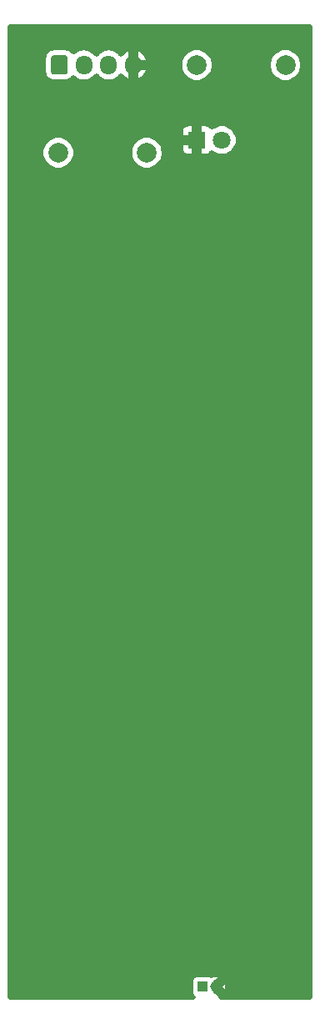
<source format=gbr>
%TF.GenerationSoftware,KiCad,Pcbnew,(5.1.10)-1*%
%TF.CreationDate,2021-08-01T16:07:58+01:00*%
%TF.ProjectId,ir_sensor,69725f73-656e-4736-9f72-2e6b69636164,rev?*%
%TF.SameCoordinates,Original*%
%TF.FileFunction,Copper,L2,Bot*%
%TF.FilePolarity,Positive*%
%FSLAX46Y46*%
G04 Gerber Fmt 4.6, Leading zero omitted, Abs format (unit mm)*
G04 Created by KiCad (PCBNEW (5.1.10)-1) date 2021-08-01 16:07:58*
%MOMM*%
%LPD*%
G01*
G04 APERTURE LIST*
%TA.AperFunction,ComponentPad*%
%ADD10C,2.000000*%
%TD*%
%TA.AperFunction,ComponentPad*%
%ADD11R,1.000000X1.000000*%
%TD*%
%TA.AperFunction,ComponentPad*%
%ADD12C,1.000000*%
%TD*%
%TA.AperFunction,ComponentPad*%
%ADD13O,1.700000X1.950000*%
%TD*%
%TA.AperFunction,ComponentPad*%
%ADD14C,1.800000*%
%TD*%
%TA.AperFunction,ComponentPad*%
%ADD15R,1.800000X1.800000*%
%TD*%
%TA.AperFunction,Conductor*%
%ADD16C,0.500000*%
%TD*%
%TA.AperFunction,Conductor*%
%ADD17C,0.100000*%
%TD*%
G04 APERTURE END LIST*
D10*
%TO.P,R2,2*%
%TO.N,data*%
X142670000Y-38550000D03*
%TO.P,R2,1*%
%TO.N,+5V*%
X151670000Y-38550000D03*
%TD*%
%TO.P,R1,2*%
%TO.N,Net-(D1-Pad2)*%
X165750000Y-29660000D03*
%TO.P,R1,1*%
%TO.N,+5V*%
X156750000Y-29660000D03*
%TD*%
D11*
%TO.P,Q1,1*%
%TO.N,data*%
X157365000Y-123175000D03*
D12*
%TO.P,Q1,2*%
%TO.N,GND*%
X158635000Y-123175000D03*
%TD*%
D13*
%TO.P,J1,4*%
%TO.N,GND*%
X150280000Y-29660000D03*
%TO.P,J1,3*%
%TO.N,+5V*%
X147780000Y-29660000D03*
%TO.P,J1,2*%
%TO.N,Net-(J1-Pad2)*%
X145280000Y-29660000D03*
%TO.P,J1,1*%
%TO.N,data*%
%TA.AperFunction,ComponentPad*%
G36*
G01*
X141930000Y-30385000D02*
X141930000Y-28935000D01*
G75*
G02*
X142180000Y-28685000I250000J0D01*
G01*
X143380000Y-28685000D01*
G75*
G02*
X143630000Y-28935000I0J-250000D01*
G01*
X143630000Y-30385000D01*
G75*
G02*
X143380000Y-30635000I-250000J0D01*
G01*
X142180000Y-30635000D01*
G75*
G02*
X141930000Y-30385000I0J250000D01*
G01*
G37*
%TD.AperFunction*%
%TD*%
D14*
%TO.P,D1,2*%
%TO.N,Net-(D1-Pad2)*%
X159290000Y-37280000D03*
D15*
%TO.P,D1,1*%
%TO.N,GND*%
X156750000Y-37280000D03*
%TD*%
D16*
%TO.N,GND*%
X168225001Y-124225000D02*
X159170924Y-124225000D01*
X159192830Y-124086384D01*
X158635000Y-123528553D01*
X158620858Y-123542696D01*
X158618628Y-123540466D01*
X158618628Y-123175000D01*
X158988553Y-123175000D01*
X159546384Y-123732830D01*
X159777779Y-123696261D01*
X159857514Y-123463300D01*
X159890268Y-123219260D01*
X159874783Y-122973518D01*
X159811654Y-122735520D01*
X159777779Y-122653739D01*
X159546384Y-122617170D01*
X158988553Y-123175000D01*
X158618628Y-123175000D01*
X158618628Y-122809534D01*
X158620858Y-122807305D01*
X158635000Y-122821447D01*
X159192830Y-122263616D01*
X159156261Y-122032221D01*
X158923300Y-121952486D01*
X158679260Y-121919732D01*
X158433518Y-121935217D01*
X158195520Y-121998346D01*
X158192457Y-121999615D01*
X158153401Y-121978739D01*
X158012026Y-121935853D01*
X157865000Y-121921372D01*
X156865000Y-121921372D01*
X156717974Y-121935853D01*
X156576599Y-121978739D01*
X156446307Y-122048381D01*
X156332105Y-122142105D01*
X156238381Y-122256307D01*
X156168739Y-122386599D01*
X156125853Y-122527974D01*
X156111372Y-122675000D01*
X156111372Y-123675000D01*
X156125853Y-123822026D01*
X156168739Y-123963401D01*
X156238381Y-124093693D01*
X156332105Y-124207895D01*
X156352947Y-124225000D01*
X137775000Y-124225000D01*
X137775000Y-38377640D01*
X140920000Y-38377640D01*
X140920000Y-38722360D01*
X140987251Y-39060456D01*
X141119170Y-39378936D01*
X141310686Y-39665560D01*
X141554440Y-39909314D01*
X141841064Y-40100830D01*
X142159544Y-40232749D01*
X142497640Y-40300000D01*
X142842360Y-40300000D01*
X143180456Y-40232749D01*
X143498936Y-40100830D01*
X143785560Y-39909314D01*
X144029314Y-39665560D01*
X144220830Y-39378936D01*
X144352749Y-39060456D01*
X144420000Y-38722360D01*
X144420000Y-38377640D01*
X149920000Y-38377640D01*
X149920000Y-38722360D01*
X149987251Y-39060456D01*
X150119170Y-39378936D01*
X150310686Y-39665560D01*
X150554440Y-39909314D01*
X150841064Y-40100830D01*
X151159544Y-40232749D01*
X151497640Y-40300000D01*
X151842360Y-40300000D01*
X152180456Y-40232749D01*
X152498936Y-40100830D01*
X152785560Y-39909314D01*
X153029314Y-39665560D01*
X153220830Y-39378936D01*
X153352749Y-39060456D01*
X153420000Y-38722360D01*
X153420000Y-38377640D01*
X153380688Y-38180000D01*
X155096371Y-38180000D01*
X155110852Y-38327026D01*
X155153738Y-38468401D01*
X155223380Y-38598694D01*
X155317104Y-38712896D01*
X155431306Y-38806620D01*
X155561599Y-38876262D01*
X155702974Y-38919148D01*
X155850000Y-38933629D01*
X156312500Y-38930000D01*
X156500000Y-38742500D01*
X156500000Y-37530000D01*
X155287500Y-37530000D01*
X155100000Y-37717500D01*
X155096371Y-38180000D01*
X153380688Y-38180000D01*
X153352749Y-38039544D01*
X153220830Y-37721064D01*
X153029314Y-37434440D01*
X152785560Y-37190686D01*
X152498936Y-36999170D01*
X152180456Y-36867251D01*
X151842360Y-36800000D01*
X151497640Y-36800000D01*
X151159544Y-36867251D01*
X150841064Y-36999170D01*
X150554440Y-37190686D01*
X150310686Y-37434440D01*
X150119170Y-37721064D01*
X149987251Y-38039544D01*
X149920000Y-38377640D01*
X144420000Y-38377640D01*
X144352749Y-38039544D01*
X144220830Y-37721064D01*
X144029314Y-37434440D01*
X143785560Y-37190686D01*
X143498936Y-36999170D01*
X143180456Y-36867251D01*
X142842360Y-36800000D01*
X142497640Y-36800000D01*
X142159544Y-36867251D01*
X141841064Y-36999170D01*
X141554440Y-37190686D01*
X141310686Y-37434440D01*
X141119170Y-37721064D01*
X140987251Y-38039544D01*
X140920000Y-38377640D01*
X137775000Y-38377640D01*
X137775000Y-36380000D01*
X155096371Y-36380000D01*
X155100000Y-36842500D01*
X155287500Y-37030000D01*
X156500000Y-37030000D01*
X156500000Y-35817500D01*
X157000000Y-35817500D01*
X157000000Y-37030000D01*
X157020000Y-37030000D01*
X157020000Y-37530000D01*
X157000000Y-37530000D01*
X157000000Y-38742500D01*
X157187500Y-38930000D01*
X157650000Y-38933629D01*
X157797026Y-38919148D01*
X157938401Y-38876262D01*
X158068694Y-38806620D01*
X158182896Y-38712896D01*
X158276620Y-38598694D01*
X158281100Y-38590313D01*
X158508432Y-38742211D01*
X158808713Y-38866592D01*
X159127489Y-38930000D01*
X159452511Y-38930000D01*
X159771287Y-38866592D01*
X160071568Y-38742211D01*
X160341814Y-38561639D01*
X160571639Y-38331814D01*
X160752211Y-38061568D01*
X160876592Y-37761287D01*
X160940000Y-37442511D01*
X160940000Y-37117489D01*
X160876592Y-36798713D01*
X160752211Y-36498432D01*
X160571639Y-36228186D01*
X160341814Y-35998361D01*
X160071568Y-35817789D01*
X159771287Y-35693408D01*
X159452511Y-35630000D01*
X159127489Y-35630000D01*
X158808713Y-35693408D01*
X158508432Y-35817789D01*
X158281100Y-35969687D01*
X158276620Y-35961306D01*
X158182896Y-35847104D01*
X158068694Y-35753380D01*
X157938401Y-35683738D01*
X157797026Y-35640852D01*
X157650000Y-35626371D01*
X157187500Y-35630000D01*
X157000000Y-35817500D01*
X156500000Y-35817500D01*
X156312500Y-35630000D01*
X155850000Y-35626371D01*
X155702974Y-35640852D01*
X155561599Y-35683738D01*
X155431306Y-35753380D01*
X155317104Y-35847104D01*
X155223380Y-35961306D01*
X155153738Y-36091599D01*
X155110852Y-36232974D01*
X155096371Y-36380000D01*
X137775000Y-36380000D01*
X137775000Y-28935000D01*
X141176372Y-28935000D01*
X141176372Y-30385000D01*
X141195656Y-30580798D01*
X141252769Y-30769072D01*
X141345514Y-30942586D01*
X141470328Y-31094672D01*
X141622414Y-31219486D01*
X141795928Y-31312231D01*
X141984202Y-31369344D01*
X142180000Y-31388628D01*
X143380000Y-31388628D01*
X143575798Y-31369344D01*
X143764072Y-31312231D01*
X143937586Y-31219486D01*
X144089672Y-31094672D01*
X144195950Y-30965172D01*
X144386788Y-31121788D01*
X144664745Y-31270359D01*
X144966346Y-31361849D01*
X145280000Y-31392741D01*
X145593655Y-31361849D01*
X145895256Y-31270359D01*
X146173213Y-31121788D01*
X146416845Y-30921845D01*
X146530000Y-30783965D01*
X146643155Y-30921845D01*
X146886788Y-31121788D01*
X147164745Y-31270359D01*
X147466346Y-31361849D01*
X147780000Y-31392741D01*
X148093655Y-31361849D01*
X148395256Y-31270359D01*
X148673213Y-31121788D01*
X148916845Y-30921845D01*
X149036760Y-30775728D01*
X149197124Y-30956226D01*
X149446426Y-31144980D01*
X149727762Y-31281471D01*
X149785857Y-31306783D01*
X150030000Y-31175200D01*
X150030000Y-29910000D01*
X150530000Y-29910000D01*
X150530000Y-31175200D01*
X150774143Y-31306783D01*
X150832238Y-31281471D01*
X151113574Y-31144980D01*
X151362876Y-30956226D01*
X151570564Y-30722463D01*
X151728656Y-30452673D01*
X151831077Y-30157225D01*
X151682709Y-29910000D01*
X150530000Y-29910000D01*
X150030000Y-29910000D01*
X150010000Y-29910000D01*
X150010000Y-29487640D01*
X155000000Y-29487640D01*
X155000000Y-29832360D01*
X155067251Y-30170456D01*
X155199170Y-30488936D01*
X155390686Y-30775560D01*
X155634440Y-31019314D01*
X155921064Y-31210830D01*
X156239544Y-31342749D01*
X156577640Y-31410000D01*
X156922360Y-31410000D01*
X157260456Y-31342749D01*
X157578936Y-31210830D01*
X157865560Y-31019314D01*
X158109314Y-30775560D01*
X158300830Y-30488936D01*
X158432749Y-30170456D01*
X158500000Y-29832360D01*
X158500000Y-29487640D01*
X164000000Y-29487640D01*
X164000000Y-29832360D01*
X164067251Y-30170456D01*
X164199170Y-30488936D01*
X164390686Y-30775560D01*
X164634440Y-31019314D01*
X164921064Y-31210830D01*
X165239544Y-31342749D01*
X165577640Y-31410000D01*
X165922360Y-31410000D01*
X166260456Y-31342749D01*
X166578936Y-31210830D01*
X166865560Y-31019314D01*
X167109314Y-30775560D01*
X167300830Y-30488936D01*
X167432749Y-30170456D01*
X167500000Y-29832360D01*
X167500000Y-29487640D01*
X167432749Y-29149544D01*
X167300830Y-28831064D01*
X167109314Y-28544440D01*
X166865560Y-28300686D01*
X166578936Y-28109170D01*
X166260456Y-27977251D01*
X165922360Y-27910000D01*
X165577640Y-27910000D01*
X165239544Y-27977251D01*
X164921064Y-28109170D01*
X164634440Y-28300686D01*
X164390686Y-28544440D01*
X164199170Y-28831064D01*
X164067251Y-29149544D01*
X164000000Y-29487640D01*
X158500000Y-29487640D01*
X158432749Y-29149544D01*
X158300830Y-28831064D01*
X158109314Y-28544440D01*
X157865560Y-28300686D01*
X157578936Y-28109170D01*
X157260456Y-27977251D01*
X156922360Y-27910000D01*
X156577640Y-27910000D01*
X156239544Y-27977251D01*
X155921064Y-28109170D01*
X155634440Y-28300686D01*
X155390686Y-28544440D01*
X155199170Y-28831064D01*
X155067251Y-29149544D01*
X155000000Y-29487640D01*
X150010000Y-29487640D01*
X150010000Y-29410000D01*
X150030000Y-29410000D01*
X150030000Y-28144800D01*
X150530000Y-28144800D01*
X150530000Y-29410000D01*
X151682709Y-29410000D01*
X151831077Y-29162775D01*
X151728656Y-28867327D01*
X151570564Y-28597537D01*
X151362876Y-28363774D01*
X151113574Y-28175020D01*
X150832238Y-28038529D01*
X150774143Y-28013217D01*
X150530000Y-28144800D01*
X150030000Y-28144800D01*
X149785857Y-28013217D01*
X149727762Y-28038529D01*
X149446426Y-28175020D01*
X149197124Y-28363774D01*
X149036760Y-28544272D01*
X148916845Y-28398155D01*
X148673212Y-28198212D01*
X148395255Y-28049641D01*
X148093654Y-27958151D01*
X147780000Y-27927259D01*
X147466345Y-27958151D01*
X147164744Y-28049641D01*
X146886787Y-28198212D01*
X146643155Y-28398155D01*
X146530000Y-28536035D01*
X146416845Y-28398155D01*
X146173212Y-28198212D01*
X145895255Y-28049641D01*
X145593654Y-27958151D01*
X145280000Y-27927259D01*
X144966345Y-27958151D01*
X144664744Y-28049641D01*
X144386787Y-28198212D01*
X144195950Y-28354828D01*
X144089672Y-28225328D01*
X143937586Y-28100514D01*
X143764072Y-28007769D01*
X143575798Y-27950656D01*
X143380000Y-27931372D01*
X142180000Y-27931372D01*
X141984202Y-27950656D01*
X141795928Y-28007769D01*
X141622414Y-28100514D01*
X141470328Y-28225328D01*
X141345514Y-28377414D01*
X141252769Y-28550928D01*
X141195656Y-28739202D01*
X141176372Y-28935000D01*
X137775000Y-28935000D01*
X137775000Y-25775000D01*
X168225000Y-25775000D01*
X168225001Y-124225000D01*
%TA.AperFunction,Conductor*%
D17*
G36*
X168225001Y-124225000D02*
G01*
X159170924Y-124225000D01*
X159192830Y-124086384D01*
X158635000Y-123528553D01*
X158620858Y-123542696D01*
X158618628Y-123540466D01*
X158618628Y-123175000D01*
X158988553Y-123175000D01*
X159546384Y-123732830D01*
X159777779Y-123696261D01*
X159857514Y-123463300D01*
X159890268Y-123219260D01*
X159874783Y-122973518D01*
X159811654Y-122735520D01*
X159777779Y-122653739D01*
X159546384Y-122617170D01*
X158988553Y-123175000D01*
X158618628Y-123175000D01*
X158618628Y-122809534D01*
X158620858Y-122807305D01*
X158635000Y-122821447D01*
X159192830Y-122263616D01*
X159156261Y-122032221D01*
X158923300Y-121952486D01*
X158679260Y-121919732D01*
X158433518Y-121935217D01*
X158195520Y-121998346D01*
X158192457Y-121999615D01*
X158153401Y-121978739D01*
X158012026Y-121935853D01*
X157865000Y-121921372D01*
X156865000Y-121921372D01*
X156717974Y-121935853D01*
X156576599Y-121978739D01*
X156446307Y-122048381D01*
X156332105Y-122142105D01*
X156238381Y-122256307D01*
X156168739Y-122386599D01*
X156125853Y-122527974D01*
X156111372Y-122675000D01*
X156111372Y-123675000D01*
X156125853Y-123822026D01*
X156168739Y-123963401D01*
X156238381Y-124093693D01*
X156332105Y-124207895D01*
X156352947Y-124225000D01*
X137775000Y-124225000D01*
X137775000Y-38377640D01*
X140920000Y-38377640D01*
X140920000Y-38722360D01*
X140987251Y-39060456D01*
X141119170Y-39378936D01*
X141310686Y-39665560D01*
X141554440Y-39909314D01*
X141841064Y-40100830D01*
X142159544Y-40232749D01*
X142497640Y-40300000D01*
X142842360Y-40300000D01*
X143180456Y-40232749D01*
X143498936Y-40100830D01*
X143785560Y-39909314D01*
X144029314Y-39665560D01*
X144220830Y-39378936D01*
X144352749Y-39060456D01*
X144420000Y-38722360D01*
X144420000Y-38377640D01*
X149920000Y-38377640D01*
X149920000Y-38722360D01*
X149987251Y-39060456D01*
X150119170Y-39378936D01*
X150310686Y-39665560D01*
X150554440Y-39909314D01*
X150841064Y-40100830D01*
X151159544Y-40232749D01*
X151497640Y-40300000D01*
X151842360Y-40300000D01*
X152180456Y-40232749D01*
X152498936Y-40100830D01*
X152785560Y-39909314D01*
X153029314Y-39665560D01*
X153220830Y-39378936D01*
X153352749Y-39060456D01*
X153420000Y-38722360D01*
X153420000Y-38377640D01*
X153380688Y-38180000D01*
X155096371Y-38180000D01*
X155110852Y-38327026D01*
X155153738Y-38468401D01*
X155223380Y-38598694D01*
X155317104Y-38712896D01*
X155431306Y-38806620D01*
X155561599Y-38876262D01*
X155702974Y-38919148D01*
X155850000Y-38933629D01*
X156312500Y-38930000D01*
X156500000Y-38742500D01*
X156500000Y-37530000D01*
X155287500Y-37530000D01*
X155100000Y-37717500D01*
X155096371Y-38180000D01*
X153380688Y-38180000D01*
X153352749Y-38039544D01*
X153220830Y-37721064D01*
X153029314Y-37434440D01*
X152785560Y-37190686D01*
X152498936Y-36999170D01*
X152180456Y-36867251D01*
X151842360Y-36800000D01*
X151497640Y-36800000D01*
X151159544Y-36867251D01*
X150841064Y-36999170D01*
X150554440Y-37190686D01*
X150310686Y-37434440D01*
X150119170Y-37721064D01*
X149987251Y-38039544D01*
X149920000Y-38377640D01*
X144420000Y-38377640D01*
X144352749Y-38039544D01*
X144220830Y-37721064D01*
X144029314Y-37434440D01*
X143785560Y-37190686D01*
X143498936Y-36999170D01*
X143180456Y-36867251D01*
X142842360Y-36800000D01*
X142497640Y-36800000D01*
X142159544Y-36867251D01*
X141841064Y-36999170D01*
X141554440Y-37190686D01*
X141310686Y-37434440D01*
X141119170Y-37721064D01*
X140987251Y-38039544D01*
X140920000Y-38377640D01*
X137775000Y-38377640D01*
X137775000Y-36380000D01*
X155096371Y-36380000D01*
X155100000Y-36842500D01*
X155287500Y-37030000D01*
X156500000Y-37030000D01*
X156500000Y-35817500D01*
X157000000Y-35817500D01*
X157000000Y-37030000D01*
X157020000Y-37030000D01*
X157020000Y-37530000D01*
X157000000Y-37530000D01*
X157000000Y-38742500D01*
X157187500Y-38930000D01*
X157650000Y-38933629D01*
X157797026Y-38919148D01*
X157938401Y-38876262D01*
X158068694Y-38806620D01*
X158182896Y-38712896D01*
X158276620Y-38598694D01*
X158281100Y-38590313D01*
X158508432Y-38742211D01*
X158808713Y-38866592D01*
X159127489Y-38930000D01*
X159452511Y-38930000D01*
X159771287Y-38866592D01*
X160071568Y-38742211D01*
X160341814Y-38561639D01*
X160571639Y-38331814D01*
X160752211Y-38061568D01*
X160876592Y-37761287D01*
X160940000Y-37442511D01*
X160940000Y-37117489D01*
X160876592Y-36798713D01*
X160752211Y-36498432D01*
X160571639Y-36228186D01*
X160341814Y-35998361D01*
X160071568Y-35817789D01*
X159771287Y-35693408D01*
X159452511Y-35630000D01*
X159127489Y-35630000D01*
X158808713Y-35693408D01*
X158508432Y-35817789D01*
X158281100Y-35969687D01*
X158276620Y-35961306D01*
X158182896Y-35847104D01*
X158068694Y-35753380D01*
X157938401Y-35683738D01*
X157797026Y-35640852D01*
X157650000Y-35626371D01*
X157187500Y-35630000D01*
X157000000Y-35817500D01*
X156500000Y-35817500D01*
X156312500Y-35630000D01*
X155850000Y-35626371D01*
X155702974Y-35640852D01*
X155561599Y-35683738D01*
X155431306Y-35753380D01*
X155317104Y-35847104D01*
X155223380Y-35961306D01*
X155153738Y-36091599D01*
X155110852Y-36232974D01*
X155096371Y-36380000D01*
X137775000Y-36380000D01*
X137775000Y-28935000D01*
X141176372Y-28935000D01*
X141176372Y-30385000D01*
X141195656Y-30580798D01*
X141252769Y-30769072D01*
X141345514Y-30942586D01*
X141470328Y-31094672D01*
X141622414Y-31219486D01*
X141795928Y-31312231D01*
X141984202Y-31369344D01*
X142180000Y-31388628D01*
X143380000Y-31388628D01*
X143575798Y-31369344D01*
X143764072Y-31312231D01*
X143937586Y-31219486D01*
X144089672Y-31094672D01*
X144195950Y-30965172D01*
X144386788Y-31121788D01*
X144664745Y-31270359D01*
X144966346Y-31361849D01*
X145280000Y-31392741D01*
X145593655Y-31361849D01*
X145895256Y-31270359D01*
X146173213Y-31121788D01*
X146416845Y-30921845D01*
X146530000Y-30783965D01*
X146643155Y-30921845D01*
X146886788Y-31121788D01*
X147164745Y-31270359D01*
X147466346Y-31361849D01*
X147780000Y-31392741D01*
X148093655Y-31361849D01*
X148395256Y-31270359D01*
X148673213Y-31121788D01*
X148916845Y-30921845D01*
X149036760Y-30775728D01*
X149197124Y-30956226D01*
X149446426Y-31144980D01*
X149727762Y-31281471D01*
X149785857Y-31306783D01*
X150030000Y-31175200D01*
X150030000Y-29910000D01*
X150530000Y-29910000D01*
X150530000Y-31175200D01*
X150774143Y-31306783D01*
X150832238Y-31281471D01*
X151113574Y-31144980D01*
X151362876Y-30956226D01*
X151570564Y-30722463D01*
X151728656Y-30452673D01*
X151831077Y-30157225D01*
X151682709Y-29910000D01*
X150530000Y-29910000D01*
X150030000Y-29910000D01*
X150010000Y-29910000D01*
X150010000Y-29487640D01*
X155000000Y-29487640D01*
X155000000Y-29832360D01*
X155067251Y-30170456D01*
X155199170Y-30488936D01*
X155390686Y-30775560D01*
X155634440Y-31019314D01*
X155921064Y-31210830D01*
X156239544Y-31342749D01*
X156577640Y-31410000D01*
X156922360Y-31410000D01*
X157260456Y-31342749D01*
X157578936Y-31210830D01*
X157865560Y-31019314D01*
X158109314Y-30775560D01*
X158300830Y-30488936D01*
X158432749Y-30170456D01*
X158500000Y-29832360D01*
X158500000Y-29487640D01*
X164000000Y-29487640D01*
X164000000Y-29832360D01*
X164067251Y-30170456D01*
X164199170Y-30488936D01*
X164390686Y-30775560D01*
X164634440Y-31019314D01*
X164921064Y-31210830D01*
X165239544Y-31342749D01*
X165577640Y-31410000D01*
X165922360Y-31410000D01*
X166260456Y-31342749D01*
X166578936Y-31210830D01*
X166865560Y-31019314D01*
X167109314Y-30775560D01*
X167300830Y-30488936D01*
X167432749Y-30170456D01*
X167500000Y-29832360D01*
X167500000Y-29487640D01*
X167432749Y-29149544D01*
X167300830Y-28831064D01*
X167109314Y-28544440D01*
X166865560Y-28300686D01*
X166578936Y-28109170D01*
X166260456Y-27977251D01*
X165922360Y-27910000D01*
X165577640Y-27910000D01*
X165239544Y-27977251D01*
X164921064Y-28109170D01*
X164634440Y-28300686D01*
X164390686Y-28544440D01*
X164199170Y-28831064D01*
X164067251Y-29149544D01*
X164000000Y-29487640D01*
X158500000Y-29487640D01*
X158432749Y-29149544D01*
X158300830Y-28831064D01*
X158109314Y-28544440D01*
X157865560Y-28300686D01*
X157578936Y-28109170D01*
X157260456Y-27977251D01*
X156922360Y-27910000D01*
X156577640Y-27910000D01*
X156239544Y-27977251D01*
X155921064Y-28109170D01*
X155634440Y-28300686D01*
X155390686Y-28544440D01*
X155199170Y-28831064D01*
X155067251Y-29149544D01*
X155000000Y-29487640D01*
X150010000Y-29487640D01*
X150010000Y-29410000D01*
X150030000Y-29410000D01*
X150030000Y-28144800D01*
X150530000Y-28144800D01*
X150530000Y-29410000D01*
X151682709Y-29410000D01*
X151831077Y-29162775D01*
X151728656Y-28867327D01*
X151570564Y-28597537D01*
X151362876Y-28363774D01*
X151113574Y-28175020D01*
X150832238Y-28038529D01*
X150774143Y-28013217D01*
X150530000Y-28144800D01*
X150030000Y-28144800D01*
X149785857Y-28013217D01*
X149727762Y-28038529D01*
X149446426Y-28175020D01*
X149197124Y-28363774D01*
X149036760Y-28544272D01*
X148916845Y-28398155D01*
X148673212Y-28198212D01*
X148395255Y-28049641D01*
X148093654Y-27958151D01*
X147780000Y-27927259D01*
X147466345Y-27958151D01*
X147164744Y-28049641D01*
X146886787Y-28198212D01*
X146643155Y-28398155D01*
X146530000Y-28536035D01*
X146416845Y-28398155D01*
X146173212Y-28198212D01*
X145895255Y-28049641D01*
X145593654Y-27958151D01*
X145280000Y-27927259D01*
X144966345Y-27958151D01*
X144664744Y-28049641D01*
X144386787Y-28198212D01*
X144195950Y-28354828D01*
X144089672Y-28225328D01*
X143937586Y-28100514D01*
X143764072Y-28007769D01*
X143575798Y-27950656D01*
X143380000Y-27931372D01*
X142180000Y-27931372D01*
X141984202Y-27950656D01*
X141795928Y-28007769D01*
X141622414Y-28100514D01*
X141470328Y-28225328D01*
X141345514Y-28377414D01*
X141252769Y-28550928D01*
X141195656Y-28739202D01*
X141176372Y-28935000D01*
X137775000Y-28935000D01*
X137775000Y-25775000D01*
X168225000Y-25775000D01*
X168225001Y-124225000D01*
G37*
%TD.AperFunction*%
%TD*%
M02*

</source>
